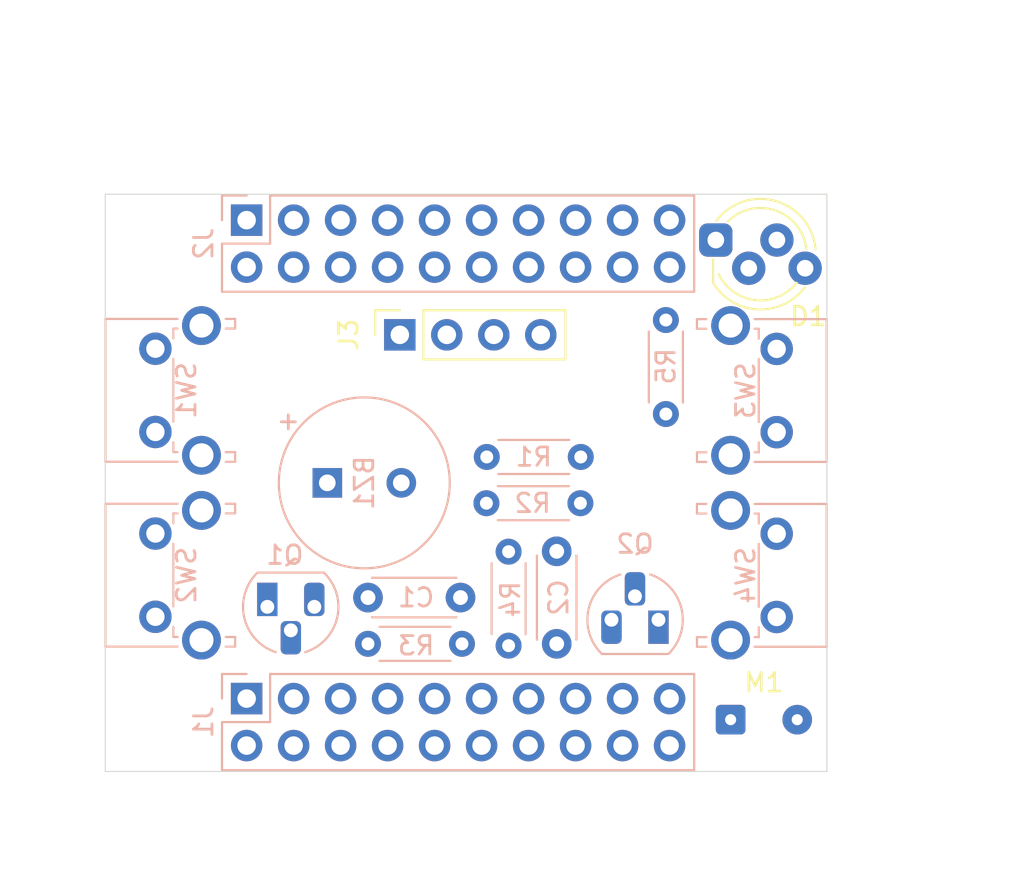
<source format=kicad_pcb>
(kicad_pcb (version 20171130) (host pcbnew "(5.1.6)-1")

  (general
    (thickness 1.6)
    (drawings 15)
    (tracks 0)
    (zones 0)
    (modules 19)
    (nets 19)
  )

  (page A4)
  (title_block
    (title HSWatch)
    (rev v1.0)
    (company HackerSchool)
  )

  (layers
    (0 F.Cu signal)
    (31 B.Cu signal)
    (32 B.Adhes user hide)
    (33 F.Adhes user hide)
    (34 B.Paste user hide)
    (35 F.Paste user hide)
    (36 B.SilkS user)
    (37 F.SilkS user)
    (38 B.Mask user hide)
    (39 F.Mask user hide)
    (40 Dwgs.User user)
    (41 Cmts.User user hide)
    (42 Eco1.User user hide)
    (43 Eco2.User user hide)
    (44 Edge.Cuts user)
    (45 Margin user)
    (46 B.CrtYd user)
    (47 F.CrtYd user)
    (48 B.Fab user)
    (49 F.Fab user)
  )

  (setup
    (last_trace_width 0.25)
    (trace_clearance 0.25)
    (zone_clearance 0.508)
    (zone_45_only no)
    (trace_min 0.25)
    (via_size 0.8)
    (via_drill 0.4)
    (via_min_size 0.4)
    (via_min_drill 0.3)
    (uvia_size 0.3)
    (uvia_drill 0.1)
    (uvias_allowed no)
    (uvia_min_size 0.2)
    (uvia_min_drill 0.1)
    (edge_width 0.05)
    (segment_width 0.2)
    (pcb_text_width 0.3)
    (pcb_text_size 1.5 1.5)
    (mod_edge_width 0.12)
    (mod_text_size 1 1)
    (mod_text_width 0.15)
    (pad_size 1.524 1.524)
    (pad_drill 0.762)
    (pad_to_mask_clearance 0.05)
    (aux_axis_origin 0 0)
    (visible_elements 7FFFFFFF)
    (pcbplotparams
      (layerselection 0x010fc_ffffffff)
      (usegerberextensions false)
      (usegerberattributes true)
      (usegerberadvancedattributes true)
      (creategerberjobfile true)
      (excludeedgelayer true)
      (linewidth 0.100000)
      (plotframeref false)
      (viasonmask false)
      (mode 1)
      (useauxorigin false)
      (hpglpennumber 1)
      (hpglpenspeed 20)
      (hpglpendiameter 15.000000)
      (psnegative false)
      (psa4output false)
      (plotreference true)
      (plotvalue true)
      (plotinvisibletext false)
      (padsonsilk false)
      (subtractmaskfromsilk false)
      (outputformat 1)
      (mirror false)
      (drillshape 1)
      (scaleselection 1)
      (outputdirectory ""))
  )

  (net 0 "")
  (net 1 VDD)
  (net 2 "Net-(BZ1-Pad2)")
  (net 3 "Net-(C2-Pad2)")
  (net 4 "Net-(D1-Pad1)")
  (net 5 GND)
  (net 6 /mes_bat)
  (net 7 /b_u_r)
  (net 8 /buzzer)
  (net 9 /b_u_l)
  (net 10 /led_b)
  (net 11 /led_g)
  (net 12 /scl)
  (net 13 /led_r)
  (net 14 /sda)
  (net 15 /vibrator)
  (net 16 /b_d_r)
  (net 17 /b_d_l)
  (net 18 /v_bat)

  (net_class Default "This is the default net class."
    (clearance 0.25)
    (trace_width 0.25)
    (via_dia 0.8)
    (via_drill 0.4)
    (uvia_dia 0.3)
    (uvia_drill 0.1)
    (add_net /b_d_l)
    (add_net /b_d_r)
    (add_net /b_u_l)
    (add_net /b_u_r)
    (add_net /buzzer)
    (add_net /led_b)
    (add_net /led_g)
    (add_net /led_r)
    (add_net /mes_bat)
    (add_net /scl)
    (add_net /sda)
    (add_net /v_bat)
    (add_net /vibrator)
    (add_net GND)
    (add_net "Net-(BZ1-Pad2)")
    (add_net "Net-(C2-Pad2)")
    (add_net "Net-(D1-Pad1)")
    (add_net VDD)
  )

  (module Resistor_THT:R_Axial_DIN0204_L3.6mm_D1.6mm_P5.08mm_Horizontal (layer B.Cu) (tedit 5AE5139B) (tstamp 5FF7514A)
    (at 150.3 86.8 270)
    (descr "Resistor, Axial_DIN0204 series, Axial, Horizontal, pin pitch=5.08mm, 0.167W, length*diameter=3.6*1.6mm^2, http://cdn-reichelt.de/documents/datenblatt/B400/1_4W%23YAG.pdf")
    (tags "Resistor Axial_DIN0204 series Axial Horizontal pin pitch 5.08mm 0.167W length 3.6mm diameter 1.6mm")
    (path /5FF7CC6C)
    (fp_text reference R5 (at 2.5 0 90) (layer B.SilkS)
      (effects (font (size 1 1) (thickness 0.15)) (justify mirror))
    )
    (fp_text value 100 (at 2.54 -1.92 90) (layer B.Fab)
      (effects (font (size 1 1) (thickness 0.15)) (justify mirror))
    )
    (fp_line (start 6.03 1.05) (end -0.95 1.05) (layer B.CrtYd) (width 0.05))
    (fp_line (start 6.03 -1.05) (end 6.03 1.05) (layer B.CrtYd) (width 0.05))
    (fp_line (start -0.95 -1.05) (end 6.03 -1.05) (layer B.CrtYd) (width 0.05))
    (fp_line (start -0.95 1.05) (end -0.95 -1.05) (layer B.CrtYd) (width 0.05))
    (fp_line (start 0.62 -0.92) (end 4.46 -0.92) (layer B.SilkS) (width 0.12))
    (fp_line (start 0.62 0.92) (end 4.46 0.92) (layer B.SilkS) (width 0.12))
    (fp_line (start 5.08 0) (end 4.34 0) (layer B.Fab) (width 0.1))
    (fp_line (start 0 0) (end 0.74 0) (layer B.Fab) (width 0.1))
    (fp_line (start 4.34 0.8) (end 0.74 0.8) (layer B.Fab) (width 0.1))
    (fp_line (start 4.34 -0.8) (end 4.34 0.8) (layer B.Fab) (width 0.1))
    (fp_line (start 0.74 -0.8) (end 4.34 -0.8) (layer B.Fab) (width 0.1))
    (fp_line (start 0.74 0.8) (end 0.74 -0.8) (layer B.Fab) (width 0.1))
    (fp_text user %R (at 2.54 0 90) (layer B.Fab)
      (effects (font (size 0.72 0.72) (thickness 0.108)) (justify mirror))
    )
    (pad 2 thru_hole oval (at 5.08 0 270) (size 1.4 1.4) (drill 0.7) (layers *.Cu *.Mask)
      (net 13 /led_r))
    (pad 1 thru_hole circle (at 0 0 270) (size 1.4 1.4) (drill 0.7) (layers *.Cu *.Mask)
      (net 4 "Net-(D1-Pad1)"))
    (model ${KISYS3DMOD}/Resistor_THT.3dshapes/R_Axial_DIN0204_L3.6mm_D1.6mm_P5.08mm_Horizontal.wrl
      (at (xyz 0 0 0))
      (scale (xyz 1 1 1))
      (rotate (xyz 0 0 0))
    )
  )

  (module Resistor_THT:R_Axial_DIN0204_L3.6mm_D1.6mm_P5.08mm_Horizontal (layer B.Cu) (tedit 5AE5139B) (tstamp 5FF75133)
    (at 141.8 99.32 270)
    (descr "Resistor, Axial_DIN0204 series, Axial, Horizontal, pin pitch=5.08mm, 0.167W, length*diameter=3.6*1.6mm^2, http://cdn-reichelt.de/documents/datenblatt/B400/1_4W%23YAG.pdf")
    (tags "Resistor Axial_DIN0204 series Axial Horizontal pin pitch 5.08mm 0.167W length 3.6mm diameter 1.6mm")
    (path /5FF7E26D)
    (fp_text reference R4 (at 2.58 -0.1 90) (layer B.SilkS)
      (effects (font (size 1 1) (thickness 0.15)) (justify mirror))
    )
    (fp_text value 100k (at 2.54 -1.92 90) (layer B.Fab)
      (effects (font (size 1 1) (thickness 0.15)) (justify mirror))
    )
    (fp_line (start 6.03 1.05) (end -0.95 1.05) (layer B.CrtYd) (width 0.05))
    (fp_line (start 6.03 -1.05) (end 6.03 1.05) (layer B.CrtYd) (width 0.05))
    (fp_line (start -0.95 -1.05) (end 6.03 -1.05) (layer B.CrtYd) (width 0.05))
    (fp_line (start -0.95 1.05) (end -0.95 -1.05) (layer B.CrtYd) (width 0.05))
    (fp_line (start 0.62 -0.92) (end 4.46 -0.92) (layer B.SilkS) (width 0.12))
    (fp_line (start 0.62 0.92) (end 4.46 0.92) (layer B.SilkS) (width 0.12))
    (fp_line (start 5.08 0) (end 4.34 0) (layer B.Fab) (width 0.1))
    (fp_line (start 0 0) (end 0.74 0) (layer B.Fab) (width 0.1))
    (fp_line (start 4.34 0.8) (end 0.74 0.8) (layer B.Fab) (width 0.1))
    (fp_line (start 4.34 -0.8) (end 4.34 0.8) (layer B.Fab) (width 0.1))
    (fp_line (start 0.74 -0.8) (end 4.34 -0.8) (layer B.Fab) (width 0.1))
    (fp_line (start 0.74 0.8) (end 0.74 -0.8) (layer B.Fab) (width 0.1))
    (fp_text user %R (at 2.54 0 90) (layer B.Fab)
      (effects (font (size 0.72 0.72) (thickness 0.108)) (justify mirror))
    )
    (pad 2 thru_hole oval (at 5.08 0 270) (size 1.4 1.4) (drill 0.7) (layers *.Cu *.Mask)
      (net 5 GND))
    (pad 1 thru_hole circle (at 0 0 270) (size 1.4 1.4) (drill 0.7) (layers *.Cu *.Mask)
      (net 15 /vibrator))
    (model ${KISYS3DMOD}/Resistor_THT.3dshapes/R_Axial_DIN0204_L3.6mm_D1.6mm_P5.08mm_Horizontal.wrl
      (at (xyz 0 0 0))
      (scale (xyz 1 1 1))
      (rotate (xyz 0 0 0))
    )
  )

  (module Resistor_THT:R_Axial_DIN0204_L3.6mm_D1.6mm_P5.08mm_Horizontal (layer B.Cu) (tedit 5AE5139B) (tstamp 5FF7511C)
    (at 134.2 104.3)
    (descr "Resistor, Axial_DIN0204 series, Axial, Horizontal, pin pitch=5.08mm, 0.167W, length*diameter=3.6*1.6mm^2, http://cdn-reichelt.de/documents/datenblatt/B400/1_4W%23YAG.pdf")
    (tags "Resistor Axial_DIN0204 series Axial Horizontal pin pitch 5.08mm 0.167W length 3.6mm diameter 1.6mm")
    (path /5FF7E487)
    (fp_text reference R3 (at 2.6 0.1) (layer B.SilkS)
      (effects (font (size 1 1) (thickness 0.15)) (justify mirror))
    )
    (fp_text value 100k (at 2.54 -1.92) (layer B.Fab)
      (effects (font (size 1 1) (thickness 0.15)) (justify mirror))
    )
    (fp_line (start 6.03 1.05) (end -0.95 1.05) (layer B.CrtYd) (width 0.05))
    (fp_line (start 6.03 -1.05) (end 6.03 1.05) (layer B.CrtYd) (width 0.05))
    (fp_line (start -0.95 -1.05) (end 6.03 -1.05) (layer B.CrtYd) (width 0.05))
    (fp_line (start -0.95 1.05) (end -0.95 -1.05) (layer B.CrtYd) (width 0.05))
    (fp_line (start 0.62 -0.92) (end 4.46 -0.92) (layer B.SilkS) (width 0.12))
    (fp_line (start 0.62 0.92) (end 4.46 0.92) (layer B.SilkS) (width 0.12))
    (fp_line (start 5.08 0) (end 4.34 0) (layer B.Fab) (width 0.1))
    (fp_line (start 0 0) (end 0.74 0) (layer B.Fab) (width 0.1))
    (fp_line (start 4.34 0.8) (end 0.74 0.8) (layer B.Fab) (width 0.1))
    (fp_line (start 4.34 -0.8) (end 4.34 0.8) (layer B.Fab) (width 0.1))
    (fp_line (start 0.74 -0.8) (end 4.34 -0.8) (layer B.Fab) (width 0.1))
    (fp_line (start 0.74 0.8) (end 0.74 -0.8) (layer B.Fab) (width 0.1))
    (fp_text user %R (at 2.54 0) (layer B.Fab)
      (effects (font (size 0.72 0.72) (thickness 0.108)) (justify mirror))
    )
    (pad 2 thru_hole oval (at 5.08 0) (size 1.4 1.4) (drill 0.7) (layers *.Cu *.Mask)
      (net 5 GND))
    (pad 1 thru_hole circle (at 0 0) (size 1.4 1.4) (drill 0.7) (layers *.Cu *.Mask)
      (net 8 /buzzer))
    (model ${KISYS3DMOD}/Resistor_THT.3dshapes/R_Axial_DIN0204_L3.6mm_D1.6mm_P5.08mm_Horizontal.wrl
      (at (xyz 0 0 0))
      (scale (xyz 1 1 1))
      (rotate (xyz 0 0 0))
    )
  )

  (module Resistor_THT:R_Axial_DIN0204_L3.6mm_D1.6mm_P5.08mm_Horizontal (layer B.Cu) (tedit 5AE5139B) (tstamp 5FF75105)
    (at 140.6 96.7)
    (descr "Resistor, Axial_DIN0204 series, Axial, Horizontal, pin pitch=5.08mm, 0.167W, length*diameter=3.6*1.6mm^2, http://cdn-reichelt.de/documents/datenblatt/B400/1_4W%23YAG.pdf")
    (tags "Resistor Axial_DIN0204 series Axial Horizontal pin pitch 5.08mm 0.167W length 3.6mm diameter 1.6mm")
    (path /5FF7D1DC)
    (fp_text reference R2 (at 2.5 0) (layer B.SilkS)
      (effects (font (size 1 1) (thickness 0.15)) (justify mirror))
    )
    (fp_text value 47k (at 2.54 -1.92) (layer B.Fab)
      (effects (font (size 1 1) (thickness 0.15)) (justify mirror))
    )
    (fp_line (start 6.03 1.05) (end -0.95 1.05) (layer B.CrtYd) (width 0.05))
    (fp_line (start 6.03 -1.05) (end 6.03 1.05) (layer B.CrtYd) (width 0.05))
    (fp_line (start -0.95 -1.05) (end 6.03 -1.05) (layer B.CrtYd) (width 0.05))
    (fp_line (start -0.95 1.05) (end -0.95 -1.05) (layer B.CrtYd) (width 0.05))
    (fp_line (start 0.62 -0.92) (end 4.46 -0.92) (layer B.SilkS) (width 0.12))
    (fp_line (start 0.62 0.92) (end 4.46 0.92) (layer B.SilkS) (width 0.12))
    (fp_line (start 5.08 0) (end 4.34 0) (layer B.Fab) (width 0.1))
    (fp_line (start 0 0) (end 0.74 0) (layer B.Fab) (width 0.1))
    (fp_line (start 4.34 0.8) (end 0.74 0.8) (layer B.Fab) (width 0.1))
    (fp_line (start 4.34 -0.8) (end 4.34 0.8) (layer B.Fab) (width 0.1))
    (fp_line (start 0.74 -0.8) (end 4.34 -0.8) (layer B.Fab) (width 0.1))
    (fp_line (start 0.74 0.8) (end 0.74 -0.8) (layer B.Fab) (width 0.1))
    (fp_text user %R (at 2.54 0) (layer B.Fab)
      (effects (font (size 0.72 0.72) (thickness 0.108)) (justify mirror))
    )
    (pad 2 thru_hole oval (at 5.08 0) (size 1.4 1.4) (drill 0.7) (layers *.Cu *.Mask)
      (net 5 GND))
    (pad 1 thru_hole circle (at 0 0) (size 1.4 1.4) (drill 0.7) (layers *.Cu *.Mask)
      (net 6 /mes_bat))
    (model ${KISYS3DMOD}/Resistor_THT.3dshapes/R_Axial_DIN0204_L3.6mm_D1.6mm_P5.08mm_Horizontal.wrl
      (at (xyz 0 0 0))
      (scale (xyz 1 1 1))
      (rotate (xyz 0 0 0))
    )
  )

  (module Resistor_THT:R_Axial_DIN0204_L3.6mm_D1.6mm_P5.08mm_Horizontal (layer B.Cu) (tedit 5AE5139B) (tstamp 5FF750EE)
    (at 145.7 94.2 180)
    (descr "Resistor, Axial_DIN0204 series, Axial, Horizontal, pin pitch=5.08mm, 0.167W, length*diameter=3.6*1.6mm^2, http://cdn-reichelt.de/documents/datenblatt/B400/1_4W%23YAG.pdf")
    (tags "Resistor Axial_DIN0204 series Axial Horizontal pin pitch 5.08mm 0.167W length 3.6mm diameter 1.6mm")
    (path /5FF7DA4E)
    (fp_text reference R1 (at 2.54 0) (layer B.SilkS)
      (effects (font (size 1 1) (thickness 0.15)) (justify mirror))
    )
    (fp_text value 47k (at 2.54 -1.92) (layer B.Fab)
      (effects (font (size 1 1) (thickness 0.15)) (justify mirror))
    )
    (fp_line (start 6.03 1.05) (end -0.95 1.05) (layer B.CrtYd) (width 0.05))
    (fp_line (start 6.03 -1.05) (end 6.03 1.05) (layer B.CrtYd) (width 0.05))
    (fp_line (start -0.95 -1.05) (end 6.03 -1.05) (layer B.CrtYd) (width 0.05))
    (fp_line (start -0.95 1.05) (end -0.95 -1.05) (layer B.CrtYd) (width 0.05))
    (fp_line (start 0.62 -0.92) (end 4.46 -0.92) (layer B.SilkS) (width 0.12))
    (fp_line (start 0.62 0.92) (end 4.46 0.92) (layer B.SilkS) (width 0.12))
    (fp_line (start 5.08 0) (end 4.34 0) (layer B.Fab) (width 0.1))
    (fp_line (start 0 0) (end 0.74 0) (layer B.Fab) (width 0.1))
    (fp_line (start 4.34 0.8) (end 0.74 0.8) (layer B.Fab) (width 0.1))
    (fp_line (start 4.34 -0.8) (end 4.34 0.8) (layer B.Fab) (width 0.1))
    (fp_line (start 0.74 -0.8) (end 4.34 -0.8) (layer B.Fab) (width 0.1))
    (fp_line (start 0.74 0.8) (end 0.74 -0.8) (layer B.Fab) (width 0.1))
    (fp_text user %R (at 2.54 0) (layer B.Fab)
      (effects (font (size 0.72 0.72) (thickness 0.108)) (justify mirror))
    )
    (pad 2 thru_hole oval (at 5.08 0 180) (size 1.4 1.4) (drill 0.7) (layers *.Cu *.Mask)
      (net 6 /mes_bat))
    (pad 1 thru_hole circle (at 0 0 180) (size 1.4 1.4) (drill 0.7) (layers *.Cu *.Mask)
      (net 18 /v_bat))
    (model ${KISYS3DMOD}/Resistor_THT.3dshapes/R_Axial_DIN0204_L3.6mm_D1.6mm_P5.08mm_Horizontal.wrl
      (at (xyz 0 0 0))
      (scale (xyz 1 1 1))
      (rotate (xyz 0 0 0))
    )
  )

  (module Capacitor_THT:C_Disc_D4.3mm_W1.9mm_P5.00mm (layer B.Cu) (tedit 5AE50EF0) (tstamp 5FF7501C)
    (at 144.4 104.3 90)
    (descr "C, Disc series, Radial, pin pitch=5.00mm, , diameter*width=4.3*1.9mm^2, Capacitor, http://www.vishay.com/docs/45233/krseries.pdf")
    (tags "C Disc series Radial pin pitch 5.00mm  diameter 4.3mm width 1.9mm Capacitor")
    (path /5FF7C5F4)
    (fp_text reference C2 (at 2.5 0.1 90) (layer B.SilkS)
      (effects (font (size 1 1) (thickness 0.15)) (justify mirror))
    )
    (fp_text value 39p (at 2.5 -2.2 90) (layer B.Fab)
      (effects (font (size 1 1) (thickness 0.15)) (justify mirror))
    )
    (fp_line (start 6.05 1.2) (end -1.05 1.2) (layer B.CrtYd) (width 0.05))
    (fp_line (start 6.05 -1.2) (end 6.05 1.2) (layer B.CrtYd) (width 0.05))
    (fp_line (start -1.05 -1.2) (end 6.05 -1.2) (layer B.CrtYd) (width 0.05))
    (fp_line (start -1.05 1.2) (end -1.05 -1.2) (layer B.CrtYd) (width 0.05))
    (fp_line (start 4.77 -1.055) (end 4.77 -1.07) (layer B.SilkS) (width 0.12))
    (fp_line (start 4.77 1.07) (end 4.77 1.055) (layer B.SilkS) (width 0.12))
    (fp_line (start 0.23 -1.055) (end 0.23 -1.07) (layer B.SilkS) (width 0.12))
    (fp_line (start 0.23 1.07) (end 0.23 1.055) (layer B.SilkS) (width 0.12))
    (fp_line (start 0.23 -1.07) (end 4.77 -1.07) (layer B.SilkS) (width 0.12))
    (fp_line (start 0.23 1.07) (end 4.77 1.07) (layer B.SilkS) (width 0.12))
    (fp_line (start 4.65 0.95) (end 0.35 0.95) (layer B.Fab) (width 0.1))
    (fp_line (start 4.65 -0.95) (end 4.65 0.95) (layer B.Fab) (width 0.1))
    (fp_line (start 0.35 -0.95) (end 4.65 -0.95) (layer B.Fab) (width 0.1))
    (fp_line (start 0.35 0.95) (end 0.35 -0.95) (layer B.Fab) (width 0.1))
    (fp_text user %R (at 2.5 0 90) (layer B.Fab)
      (effects (font (size 0.86 0.86) (thickness 0.129)) (justify mirror))
    )
    (pad 2 thru_hole circle (at 5 0 90) (size 1.6 1.6) (drill 0.8) (layers *.Cu *.Mask)
      (net 3 "Net-(C2-Pad2)"))
    (pad 1 thru_hole circle (at 0 0 90) (size 1.6 1.6) (drill 0.8) (layers *.Cu *.Mask)
      (net 1 VDD))
    (model ${KISYS3DMOD}/Capacitor_THT.3dshapes/C_Disc_D4.3mm_W1.9mm_P5.00mm.wrl
      (at (xyz 0 0 0))
      (scale (xyz 1 1 1))
      (rotate (xyz 0 0 0))
    )
  )

  (module Capacitor_THT:C_Disc_D4.3mm_W1.9mm_P5.00mm (layer B.Cu) (tedit 5AE50EF0) (tstamp 5FF75007)
    (at 139.2 101.8 180)
    (descr "C, Disc series, Radial, pin pitch=5.00mm, , diameter*width=4.3*1.9mm^2, Capacitor, http://www.vishay.com/docs/45233/krseries.pdf")
    (tags "C Disc series Radial pin pitch 5.00mm  diameter 4.3mm width 1.9mm Capacitor")
    (path /5FF7C361)
    (fp_text reference C1 (at 2.4 0) (layer B.SilkS)
      (effects (font (size 1 1) (thickness 0.15)) (justify mirror))
    )
    (fp_text value 39p (at 2.5 -2.2) (layer B.Fab)
      (effects (font (size 1 1) (thickness 0.15)) (justify mirror))
    )
    (fp_line (start 6.05 1.2) (end -1.05 1.2) (layer B.CrtYd) (width 0.05))
    (fp_line (start 6.05 -1.2) (end 6.05 1.2) (layer B.CrtYd) (width 0.05))
    (fp_line (start -1.05 -1.2) (end 6.05 -1.2) (layer B.CrtYd) (width 0.05))
    (fp_line (start -1.05 1.2) (end -1.05 -1.2) (layer B.CrtYd) (width 0.05))
    (fp_line (start 4.77 -1.055) (end 4.77 -1.07) (layer B.SilkS) (width 0.12))
    (fp_line (start 4.77 1.07) (end 4.77 1.055) (layer B.SilkS) (width 0.12))
    (fp_line (start 0.23 -1.055) (end 0.23 -1.07) (layer B.SilkS) (width 0.12))
    (fp_line (start 0.23 1.07) (end 0.23 1.055) (layer B.SilkS) (width 0.12))
    (fp_line (start 0.23 -1.07) (end 4.77 -1.07) (layer B.SilkS) (width 0.12))
    (fp_line (start 0.23 1.07) (end 4.77 1.07) (layer B.SilkS) (width 0.12))
    (fp_line (start 4.65 0.95) (end 0.35 0.95) (layer B.Fab) (width 0.1))
    (fp_line (start 4.65 -0.95) (end 4.65 0.95) (layer B.Fab) (width 0.1))
    (fp_line (start 0.35 -0.95) (end 4.65 -0.95) (layer B.Fab) (width 0.1))
    (fp_line (start 0.35 0.95) (end 0.35 -0.95) (layer B.Fab) (width 0.1))
    (fp_text user %R (at 2.5 0) (layer B.Fab)
      (effects (font (size 0.86 0.86) (thickness 0.129)) (justify mirror))
    )
    (pad 2 thru_hole circle (at 5 0 180) (size 1.6 1.6) (drill 0.8) (layers *.Cu *.Mask)
      (net 2 "Net-(BZ1-Pad2)"))
    (pad 1 thru_hole circle (at 0 0 180) (size 1.6 1.6) (drill 0.8) (layers *.Cu *.Mask)
      (net 1 VDD))
    (model ${KISYS3DMOD}/Capacitor_THT.3dshapes/C_Disc_D4.3mm_W1.9mm_P5.00mm.wrl
      (at (xyz 0 0 0))
      (scale (xyz 1 1 1))
      (rotate (xyz 0 0 0))
    )
  )

  (module Package_TO_SOT_THT:TO-92_HandSolder (layer B.Cu) (tedit 5A282C46) (tstamp 5FF750D7)
    (at 149.9 103 180)
    (descr "TO-92 leads molded, narrow, drill 0.75mm, handsoldering variant with enlarged pads (see NXP sot054_po.pdf)")
    (tags "to-92 sc-43 sc-43a sot54 PA33 transistor")
    (path /5FF6FBB6)
    (fp_text reference Q2 (at 1.27 4.1) (layer B.SilkS)
      (effects (font (size 1 1) (thickness 0.15)) (justify mirror))
    )
    (fp_text value 2N7000 (at 1.27 -2.79) (layer B.Fab)
      (effects (font (size 1 1) (thickness 0.15)) (justify mirror))
    )
    (fp_line (start -0.53 -1.85) (end 3.07 -1.85) (layer B.SilkS) (width 0.12))
    (fp_line (start -0.5 -1.75) (end 3 -1.75) (layer B.Fab) (width 0.1))
    (fp_line (start -1.46 3.05) (end 4 3.05) (layer B.CrtYd) (width 0.05))
    (fp_line (start -1.45 3.05) (end -1.46 -2.01) (layer B.CrtYd) (width 0.05))
    (fp_line (start 4 -2.01) (end 4 3.05) (layer B.CrtYd) (width 0.05))
    (fp_line (start 4 -2.01) (end -1.46 -2.01) (layer B.CrtYd) (width 0.05))
    (fp_arc (start 1.27 0) (end 2.05 2.45) (angle -117.6433766) (layer B.SilkS) (width 0.12))
    (fp_arc (start 1.27 0) (end 1.27 2.48) (angle 135) (layer B.Fab) (width 0.1))
    (fp_arc (start 1.27 0) (end 0.45 2.45) (angle 116.9632683) (layer B.SilkS) (width 0.12))
    (fp_arc (start 1.27 0) (end 1.27 2.48) (angle -135) (layer B.Fab) (width 0.1))
    (fp_text user %R (at 1.27 4.4) (layer B.Fab)
      (effects (font (size 1 1) (thickness 0.15)) (justify mirror))
    )
    (pad 1 thru_hole rect (at 0 0 180) (size 1.1 1.8) (drill 0.75 (offset 0 -0.4)) (layers *.Cu *.Mask)
      (net 5 GND))
    (pad 3 thru_hole roundrect (at 2.54 0 180) (size 1.1 1.8) (drill 0.75 (offset 0 -0.4)) (layers *.Cu *.Mask) (roundrect_rratio 0.25)
      (net 3 "Net-(C2-Pad2)"))
    (pad 2 thru_hole roundrect (at 1.27 1.27 180) (size 1.1 1.8) (drill 0.75 (offset 0 0.4)) (layers *.Cu *.Mask) (roundrect_rratio 0.25)
      (net 15 /vibrator))
    (model ${KISYS3DMOD}/Package_TO_SOT_THT.3dshapes/TO-92.wrl
      (at (xyz 0 0 0))
      (scale (xyz 1 1 1))
      (rotate (xyz 0 0 0))
    )
  )

  (module Package_TO_SOT_THT:TO-92_HandSolder (layer B.Cu) (tedit 5A282C46) (tstamp 5FF750C5)
    (at 128.76 102.3)
    (descr "TO-92 leads molded, narrow, drill 0.75mm, handsoldering variant with enlarged pads (see NXP sot054_po.pdf)")
    (tags "to-92 sc-43 sc-43a sot54 PA33 transistor")
    (path /5FF7029D)
    (fp_text reference Q1 (at 0.94 -2.8) (layer B.SilkS)
      (effects (font (size 1 1) (thickness 0.15)) (justify mirror))
    )
    (fp_text value 2N7000 (at 1.27 -2.79) (layer B.Fab)
      (effects (font (size 1 1) (thickness 0.15)) (justify mirror))
    )
    (fp_line (start -0.53 -1.85) (end 3.07 -1.85) (layer B.SilkS) (width 0.12))
    (fp_line (start -0.5 -1.75) (end 3 -1.75) (layer B.Fab) (width 0.1))
    (fp_line (start -1.46 3.05) (end 4 3.05) (layer B.CrtYd) (width 0.05))
    (fp_line (start -1.45 3.05) (end -1.46 -2.01) (layer B.CrtYd) (width 0.05))
    (fp_line (start 4 -2.01) (end 4 3.05) (layer B.CrtYd) (width 0.05))
    (fp_line (start 4 -2.01) (end -1.46 -2.01) (layer B.CrtYd) (width 0.05))
    (fp_arc (start 1.27 0) (end 2.05 2.45) (angle -117.6433766) (layer B.SilkS) (width 0.12))
    (fp_arc (start 1.27 0) (end 1.27 2.48) (angle 135) (layer B.Fab) (width 0.1))
    (fp_arc (start 1.27 0) (end 0.45 2.45) (angle 116.9632683) (layer B.SilkS) (width 0.12))
    (fp_arc (start 1.27 0) (end 1.27 2.48) (angle -135) (layer B.Fab) (width 0.1))
    (fp_text user %R (at 1.27 4.4) (layer B.Fab)
      (effects (font (size 1 1) (thickness 0.15)) (justify mirror))
    )
    (pad 1 thru_hole rect (at 0 0) (size 1.1 1.8) (drill 0.75 (offset 0 -0.4)) (layers *.Cu *.Mask)
      (net 5 GND))
    (pad 3 thru_hole roundrect (at 2.54 0) (size 1.1 1.8) (drill 0.75 (offset 0 -0.4)) (layers *.Cu *.Mask) (roundrect_rratio 0.25)
      (net 2 "Net-(BZ1-Pad2)"))
    (pad 2 thru_hole roundrect (at 1.27 1.27) (size 1.1 1.8) (drill 0.75 (offset 0 0.4)) (layers *.Cu *.Mask) (roundrect_rratio 0.25)
      (net 8 /buzzer))
    (model ${KISYS3DMOD}/Package_TO_SOT_THT.3dshapes/TO-92.wrl
      (at (xyz 0 0 0))
      (scale (xyz 1 1 1))
      (rotate (xyz 0 0 0))
    )
  )

  (module LED_THT:LED_D5.0mm-4_RGB_Staggered_Pins (layer F.Cu) (tedit 5B74F6B5) (tstamp 5FF75032)
    (at 153 82.476)
    (descr "LED, diameter 5.0mm, 2 pins, diameter 5.0mm, 3 pins, diameter 5.0mm, 4 pins, http://www.kingbright.com/attachments/file/psearch/000/00/00/L-154A4SUREQBFZGEW(Ver.9A).pdf")
    (tags "LED diameter 5.0mm 2 pins diameter 5.0mm 3 pins diameter 5.0mm 4 pins RGB RGBLED")
    (path /5FF735DD)
    (fp_text reference D1 (at 5 4.124) (layer F.SilkS)
      (effects (font (size 1 1) (thickness 0.15)))
    )
    (fp_text value LED_RGBC (at 2.667 4.722) (layer F.Fab)
      (effects (font (size 1 1) (thickness 0.15)))
    )
    (fp_line (start -0.147 1.061188) (end -0.147 2.307) (layer F.SilkS) (width 0.12))
    (fp_line (start -0.087 -0.707694) (end -0.087 2.231694) (layer F.Fab) (width 0.1))
    (fp_circle (center 2.413 0.762) (end 4.913 0.762) (layer F.Fab) (width 0.1))
    (fp_line (start 5.84 -2.49) (end 5.84 4.01) (layer F.CrtYd) (width 0.05))
    (fp_line (start 5.84 4.01) (end -1.02 4.01) (layer F.CrtYd) (width 0.05))
    (fp_line (start -1.02 4.01) (end -1.02 -2.49) (layer F.CrtYd) (width 0.05))
    (fp_line (start -1.02 -2.49) (end 5.83 -2.49) (layer F.CrtYd) (width 0.05))
    (fp_text user %R (at 2.413 -3.198) (layer F.Fab)
      (effects (font (size 1 1) (thickness 0.15)))
    )
    (fp_arc (start 2.413 0.762) (end 0.660401 -1.015999) (angle 128) (layer F.SilkS) (width 0.12))
    (fp_arc (start 2.413 0.762) (end -0.087 -0.707694) (angle 299.1) (layer F.Fab) (width 0.1))
    (fp_arc (start 2.413 0.762) (end 0.028 -1.038) (angle 138) (layer F.SilkS) (width 0.12))
    (fp_arc (start 2.413 0.762) (end -0.147 2.30683) (angle -112) (layer F.SilkS) (width 0.12))
    (fp_arc (start 2.413 0.762) (end 0.158316 1.842) (angle -116) (layer F.SilkS) (width 0.12))
    (pad 1 thru_hole roundrect (at 0 0) (size 1.8 1.8) (drill 0.9) (layers *.Cu *.Mask) (roundrect_rratio 0.25)
      (net 4 "Net-(D1-Pad1)"))
    (pad 2 thru_hole circle (at 1.778 1.524) (size 1.8 1.8) (drill 0.9) (layers *.Cu *.Mask)
      (net 11 /led_g))
    (pad 3 thru_hole circle (at 3.302 0) (size 1.8 1.8) (drill 0.9) (layers *.Cu *.Mask)
      (net 10 /led_b))
    (pad 4 thru_hole circle (at 4.826 1.524) (size 1.8 1.8) (drill 0.9) (layers *.Cu *.Mask)
      (net 5 GND))
    (model ${KISYS3DMOD}/LED_THT.3dshapes/LED_D5.0mm-4_RGB_Staggered_Pins.wrl
      (at (xyz 0 0 0))
      (scale (xyz 1 1 1))
      (rotate (xyz 0 0 0))
    )
  )

  (module Connector_PinSocket_2.54mm:PinSocket_1x04_P2.54mm_Vertical (layer F.Cu) (tedit 5A19A429) (tstamp 5FF750A2)
    (at 135.92 87.6 90)
    (descr "Through hole straight socket strip, 1x04, 2.54mm pitch, single row (from Kicad 4.0.7), script generated")
    (tags "Through hole socket strip THT 1x04 2.54mm single row")
    (path /5FF6E71C)
    (fp_text reference J3 (at 0 -2.77 90) (layer F.SilkS)
      (effects (font (size 1 1) (thickness 0.15)))
    )
    (fp_text value Conn_Oled_Disp (at 0 10.39 90) (layer F.Fab)
      (effects (font (size 1 1) (thickness 0.15)))
    )
    (fp_line (start -1.8 9.4) (end -1.8 -1.8) (layer F.CrtYd) (width 0.05))
    (fp_line (start 1.75 9.4) (end -1.8 9.4) (layer F.CrtYd) (width 0.05))
    (fp_line (start 1.75 -1.8) (end 1.75 9.4) (layer F.CrtYd) (width 0.05))
    (fp_line (start -1.8 -1.8) (end 1.75 -1.8) (layer F.CrtYd) (width 0.05))
    (fp_line (start 0 -1.33) (end 1.33 -1.33) (layer F.SilkS) (width 0.12))
    (fp_line (start 1.33 -1.33) (end 1.33 0) (layer F.SilkS) (width 0.12))
    (fp_line (start 1.33 1.27) (end 1.33 8.95) (layer F.SilkS) (width 0.12))
    (fp_line (start -1.33 8.95) (end 1.33 8.95) (layer F.SilkS) (width 0.12))
    (fp_line (start -1.33 1.27) (end -1.33 8.95) (layer F.SilkS) (width 0.12))
    (fp_line (start -1.33 1.27) (end 1.33 1.27) (layer F.SilkS) (width 0.12))
    (fp_line (start -1.27 8.89) (end -1.27 -1.27) (layer F.Fab) (width 0.1))
    (fp_line (start 1.27 8.89) (end -1.27 8.89) (layer F.Fab) (width 0.1))
    (fp_line (start 1.27 -0.635) (end 1.27 8.89) (layer F.Fab) (width 0.1))
    (fp_line (start 0.635 -1.27) (end 1.27 -0.635) (layer F.Fab) (width 0.1))
    (fp_line (start -1.27 -1.27) (end 0.635 -1.27) (layer F.Fab) (width 0.1))
    (fp_text user %R (at 0 3.81) (layer F.Fab)
      (effects (font (size 1 1) (thickness 0.15)))
    )
    (pad 4 thru_hole oval (at 0 7.62 90) (size 1.7 1.7) (drill 1) (layers *.Cu *.Mask)
      (net 14 /sda))
    (pad 3 thru_hole oval (at 0 5.08 90) (size 1.7 1.7) (drill 1) (layers *.Cu *.Mask)
      (net 12 /scl))
    (pad 2 thru_hole oval (at 0 2.54 90) (size 1.7 1.7) (drill 1) (layers *.Cu *.Mask)
      (net 1 VDD))
    (pad 1 thru_hole rect (at 0 0 90) (size 1.7 1.7) (drill 1) (layers *.Cu *.Mask)
      (net 5 GND))
    (model ${KISYS3DMOD}/Connector_PinSocket_2.54mm.3dshapes/PinSocket_1x04_P2.54mm_Vertical.wrl
      (at (xyz 0 0 0))
      (scale (xyz 1 1 1))
      (rotate (xyz 0 0 0))
    )
  )

  (module Connector_PinHeader_2.54mm:PinHeader_2x10_P2.54mm_Vertical (layer B.Cu) (tedit 59FED5CC) (tstamp 5FF75088)
    (at 127.64 81.4 270)
    (descr "Through hole straight pin header, 2x10, 2.54mm pitch, double rows")
    (tags "Through hole pin header THT 2x10 2.54mm double row")
    (path /5FF5667D)
    (fp_text reference J2 (at 1.27 2.33 270) (layer B.SilkS)
      (effects (font (size 1 1) (thickness 0.15)) (justify mirror))
    )
    (fp_text value Conn_02x10_Up (at 1.27 -25.19 270) (layer B.Fab)
      (effects (font (size 1 1) (thickness 0.15)) (justify mirror))
    )
    (fp_line (start 0 1.27) (end 3.81 1.27) (layer B.Fab) (width 0.1))
    (fp_line (start 3.81 1.27) (end 3.81 -24.13) (layer B.Fab) (width 0.1))
    (fp_line (start 3.81 -24.13) (end -1.27 -24.13) (layer B.Fab) (width 0.1))
    (fp_line (start -1.27 -24.13) (end -1.27 0) (layer B.Fab) (width 0.1))
    (fp_line (start -1.27 0) (end 0 1.27) (layer B.Fab) (width 0.1))
    (fp_line (start -1.33 -24.19) (end 3.87 -24.19) (layer B.SilkS) (width 0.12))
    (fp_line (start -1.33 -1.27) (end -1.33 -24.19) (layer B.SilkS) (width 0.12))
    (fp_line (start 3.87 1.33) (end 3.87 -24.19) (layer B.SilkS) (width 0.12))
    (fp_line (start -1.33 -1.27) (end 1.27 -1.27) (layer B.SilkS) (width 0.12))
    (fp_line (start 1.27 -1.27) (end 1.27 1.33) (layer B.SilkS) (width 0.12))
    (fp_line (start 1.27 1.33) (end 3.87 1.33) (layer B.SilkS) (width 0.12))
    (fp_line (start -1.33 0) (end -1.33 1.33) (layer B.SilkS) (width 0.12))
    (fp_line (start -1.33 1.33) (end 0 1.33) (layer B.SilkS) (width 0.12))
    (fp_line (start -1.8 1.8) (end -1.8 -24.65) (layer B.CrtYd) (width 0.05))
    (fp_line (start -1.8 -24.65) (end 4.35 -24.65) (layer B.CrtYd) (width 0.05))
    (fp_line (start 4.35 -24.65) (end 4.35 1.8) (layer B.CrtYd) (width 0.05))
    (fp_line (start 4.35 1.8) (end -1.8 1.8) (layer B.CrtYd) (width 0.05))
    (fp_text user %R (at 1.27 -11.43) (layer B.Fab)
      (effects (font (size 1 1) (thickness 0.15)) (justify mirror))
    )
    (pad 20 thru_hole oval (at 2.54 -22.86 270) (size 1.7 1.7) (drill 1) (layers *.Cu *.Mask))
    (pad 19 thru_hole oval (at 0 -22.86 270) (size 1.7 1.7) (drill 1) (layers *.Cu *.Mask))
    (pad 18 thru_hole oval (at 2.54 -20.32 270) (size 1.7 1.7) (drill 1) (layers *.Cu *.Mask))
    (pad 17 thru_hole oval (at 0 -20.32 270) (size 1.7 1.7) (drill 1) (layers *.Cu *.Mask))
    (pad 16 thru_hole oval (at 2.54 -17.78 270) (size 1.7 1.7) (drill 1) (layers *.Cu *.Mask)
      (net 18 /v_bat))
    (pad 15 thru_hole oval (at 0 -17.78 270) (size 1.7 1.7) (drill 1) (layers *.Cu *.Mask))
    (pad 14 thru_hole oval (at 2.54 -15.24 270) (size 1.7 1.7) (drill 1) (layers *.Cu *.Mask)
      (net 5 GND))
    (pad 13 thru_hole oval (at 0 -15.24 270) (size 1.7 1.7) (drill 1) (layers *.Cu *.Mask))
    (pad 12 thru_hole oval (at 2.54 -12.7 270) (size 1.7 1.7) (drill 1) (layers *.Cu *.Mask)
      (net 17 /b_d_l))
    (pad 11 thru_hole oval (at 0 -12.7 270) (size 1.7 1.7) (drill 1) (layers *.Cu *.Mask))
    (pad 10 thru_hole oval (at 2.54 -10.16 270) (size 1.7 1.7) (drill 1) (layers *.Cu *.Mask)
      (net 16 /b_d_r))
    (pad 9 thru_hole oval (at 0 -10.16 270) (size 1.7 1.7) (drill 1) (layers *.Cu *.Mask))
    (pad 8 thru_hole oval (at 2.54 -7.62 270) (size 1.7 1.7) (drill 1) (layers *.Cu *.Mask)
      (net 14 /sda))
    (pad 7 thru_hole oval (at 0 -7.62 270) (size 1.7 1.7) (drill 1) (layers *.Cu *.Mask)
      (net 15 /vibrator))
    (pad 6 thru_hole oval (at 2.54 -5.08 270) (size 1.7 1.7) (drill 1) (layers *.Cu *.Mask)
      (net 12 /scl))
    (pad 5 thru_hole oval (at 0 -5.08 270) (size 1.7 1.7) (drill 1) (layers *.Cu *.Mask)
      (net 13 /led_r))
    (pad 4 thru_hole oval (at 2.54 -2.54 270) (size 1.7 1.7) (drill 1) (layers *.Cu *.Mask))
    (pad 3 thru_hole oval (at 0 -2.54 270) (size 1.7 1.7) (drill 1) (layers *.Cu *.Mask)
      (net 11 /led_g))
    (pad 2 thru_hole oval (at 2.54 0 270) (size 1.7 1.7) (drill 1) (layers *.Cu *.Mask))
    (pad 1 thru_hole rect (at 0 0 270) (size 1.7 1.7) (drill 1) (layers *.Cu *.Mask)
      (net 5 GND))
    (model ${KISYS3DMOD}/Connector_PinHeader_2.54mm.3dshapes/PinHeader_2x10_P2.54mm_Vertical.wrl
      (at (xyz 0 0 0))
      (scale (xyz 1 1 1))
      (rotate (xyz 0 0 0))
    )
  )

  (module Connector_PinHeader_2.54mm:PinHeader_2x10_P2.54mm_Vertical (layer B.Cu) (tedit 59FED5CC) (tstamp 5FF7A67C)
    (at 127.64 107.26 270)
    (descr "Through hole straight pin header, 2x10, 2.54mm pitch, double rows")
    (tags "Through hole pin header THT 2x10 2.54mm double row")
    (path /5FF55893)
    (fp_text reference J1 (at 1.27 2.33 270) (layer B.SilkS)
      (effects (font (size 1 1) (thickness 0.15)) (justify mirror))
    )
    (fp_text value Conn_02x10_Down (at 1.27 -25.19 270) (layer B.Fab)
      (effects (font (size 1 1) (thickness 0.15)) (justify mirror))
    )
    (fp_line (start 0 1.27) (end 3.81 1.27) (layer B.Fab) (width 0.1))
    (fp_line (start 3.81 1.27) (end 3.81 -24.13) (layer B.Fab) (width 0.1))
    (fp_line (start 3.81 -24.13) (end -1.27 -24.13) (layer B.Fab) (width 0.1))
    (fp_line (start -1.27 -24.13) (end -1.27 0) (layer B.Fab) (width 0.1))
    (fp_line (start -1.27 0) (end 0 1.27) (layer B.Fab) (width 0.1))
    (fp_line (start -1.33 -24.19) (end 3.87 -24.19) (layer B.SilkS) (width 0.12))
    (fp_line (start -1.33 -1.27) (end -1.33 -24.19) (layer B.SilkS) (width 0.12))
    (fp_line (start 3.87 1.33) (end 3.87 -24.19) (layer B.SilkS) (width 0.12))
    (fp_line (start -1.33 -1.27) (end 1.27 -1.27) (layer B.SilkS) (width 0.12))
    (fp_line (start 1.27 -1.27) (end 1.27 1.33) (layer B.SilkS) (width 0.12))
    (fp_line (start 1.27 1.33) (end 3.87 1.33) (layer B.SilkS) (width 0.12))
    (fp_line (start -1.33 0) (end -1.33 1.33) (layer B.SilkS) (width 0.12))
    (fp_line (start -1.33 1.33) (end 0 1.33) (layer B.SilkS) (width 0.12))
    (fp_line (start -1.8 1.8) (end -1.8 -24.65) (layer B.CrtYd) (width 0.05))
    (fp_line (start -1.8 -24.65) (end 4.35 -24.65) (layer B.CrtYd) (width 0.05))
    (fp_line (start 4.35 -24.65) (end 4.35 1.8) (layer B.CrtYd) (width 0.05))
    (fp_line (start 4.35 1.8) (end -1.8 1.8) (layer B.CrtYd) (width 0.05))
    (fp_text user %R (at 1.27 -11.43) (layer B.Fab)
      (effects (font (size 1 1) (thickness 0.15)) (justify mirror))
    )
    (pad 20 thru_hole oval (at 2.54 -22.86 270) (size 1.7 1.7) (drill 1) (layers *.Cu *.Mask))
    (pad 19 thru_hole oval (at 0 -22.86 270) (size 1.7 1.7) (drill 1) (layers *.Cu *.Mask))
    (pad 18 thru_hole oval (at 2.54 -20.32 270) (size 1.7 1.7) (drill 1) (layers *.Cu *.Mask))
    (pad 17 thru_hole oval (at 0 -20.32 270) (size 1.7 1.7) (drill 1) (layers *.Cu *.Mask))
    (pad 16 thru_hole oval (at 2.54 -17.78 270) (size 1.7 1.7) (drill 1) (layers *.Cu *.Mask))
    (pad 15 thru_hole oval (at 0 -17.78 270) (size 1.7 1.7) (drill 1) (layers *.Cu *.Mask)
      (net 1 VDD))
    (pad 14 thru_hole oval (at 2.54 -15.24 270) (size 1.7 1.7) (drill 1) (layers *.Cu *.Mask))
    (pad 13 thru_hole oval (at 0 -15.24 270) (size 1.7 1.7) (drill 1) (layers *.Cu *.Mask))
    (pad 12 thru_hole oval (at 2.54 -12.7 270) (size 1.7 1.7) (drill 1) (layers *.Cu *.Mask)
      (net 6 /mes_bat))
    (pad 11 thru_hole oval (at 0 -12.7 270) (size 1.7 1.7) (drill 1) (layers *.Cu *.Mask))
    (pad 10 thru_hole oval (at 2.54 -10.16 270) (size 1.7 1.7) (drill 1) (layers *.Cu *.Mask)
      (net 8 /buzzer))
    (pad 9 thru_hole oval (at 0 -10.16 270) (size 1.7 1.7) (drill 1) (layers *.Cu *.Mask)
      (net 7 /b_u_r))
    (pad 8 thru_hole oval (at 2.54 -7.62 270) (size 1.7 1.7) (drill 1) (layers *.Cu *.Mask))
    (pad 7 thru_hole oval (at 0 -7.62 270) (size 1.7 1.7) (drill 1) (layers *.Cu *.Mask)
      (net 9 /b_u_l))
    (pad 6 thru_hole oval (at 2.54 -5.08 270) (size 1.7 1.7) (drill 1) (layers *.Cu *.Mask))
    (pad 5 thru_hole oval (at 0 -5.08 270) (size 1.7 1.7) (drill 1) (layers *.Cu *.Mask)
      (net 10 /led_b))
    (pad 4 thru_hole oval (at 2.54 -2.54 270) (size 1.7 1.7) (drill 1) (layers *.Cu *.Mask))
    (pad 3 thru_hole oval (at 0 -2.54 270) (size 1.7 1.7) (drill 1) (layers *.Cu *.Mask))
    (pad 2 thru_hole oval (at 2.54 0 270) (size 1.7 1.7) (drill 1) (layers *.Cu *.Mask)
      (net 5 GND))
    (pad 1 thru_hole rect (at 0 0 270) (size 1.7 1.7) (drill 1) (layers *.Cu *.Mask))
    (model ${KISYS3DMOD}/Connector_PinHeader_2.54mm.3dshapes/PinHeader_2x10_P2.54mm_Vertical.wrl
      (at (xyz 0 0 0))
      (scale (xyz 1 1 1))
      (rotate (xyz 0 0 0))
    )
  )

  (module Buzzer_Beeper:MagneticBuzzer_CUI_CST-931RP-A (layer B.Cu) (tedit 5AAE92D3) (tstamp 5FF74FF2)
    (at 132 95.6 270)
    (descr "CST-931RP-A, http://www.cui.com/product/resource/cst-931rp-a.pdf")
    (tags CST-931RP-A)
    (path /5FF71359)
    (fp_text reference BZ1 (at 0 -2 90) (layer B.SilkS)
      (effects (font (size 1 1) (thickness 0.15)) (justify mirror))
    )
    (fp_text value Buzzer (at 0 -9 90) (layer B.Fab)
      (effects (font (size 1 1) (thickness 0.15)) (justify mirror))
    )
    (fp_line (start -2.75 1.88) (end -2.75 4.25) (layer B.CrtYd) (width 0.05))
    (fp_line (start -2.75 4.25) (end 2.75 4.25) (layer B.CrtYd) (width 0.05))
    (fp_line (start 2.75 4.25) (end 2.75 1.88) (layer B.CrtYd) (width 0.05))
    (fp_circle (center 0 -2) (end 4.62 -2) (layer B.SilkS) (width 0.12))
    (fp_line (start -2.5 4) (end -2.5 1.74) (layer B.Fab) (width 0.1))
    (fp_line (start 2.5 4) (end 2.5 1.74) (layer B.Fab) (width 0.1))
    (fp_line (start -2.5 4) (end 2.5 4) (layer B.Fab) (width 0.1))
    (fp_arc (start 0 -2) (end 2.75 1.88) (angle -289.2) (layer B.CrtYd) (width 0.05))
    (fp_arc (start 0 -2) (end 2.5 1.74) (angle -292.4) (layer B.Fab) (width 0.1))
    (fp_text user %R (at 0 -2 90) (layer B.Fab)
      (effects (font (size 1 1) (thickness 0.15)) (justify mirror))
    )
    (fp_text user + (at -1.5 0.1 90) (layer B.Fab)
      (effects (font (size 1 1) (thickness 0.15)) (justify mirror))
    )
    (fp_text user + (at -3.3 2.18 90) (layer B.SilkS)
      (effects (font (size 1 1) (thickness 0.15)) (justify mirror))
    )
    (pad 1 thru_hole rect (at 0 0 270) (size 1.6 1.6) (drill 0.9) (layers *.Cu *.Mask)
      (net 1 VDD))
    (pad 2 thru_hole circle (at 0 -4 270) (size 1.6 1.6) (drill 0.9) (layers *.Cu *.Mask)
      (net 2 "Net-(BZ1-Pad2)"))
    (model ${KISYS3DMOD}/Buzzer_Beeper.3dshapes/MagneticBuzzer_CUI_CST-931RP-A.wrl
      (at (xyz 0 0 0))
      (scale (xyz 1 1 1))
      (rotate (xyz 0 0 0))
    )
  )

  (module Connector_Wire:SolderWire-0.1sqmm_1x02_P3.6mm_D0.4mm_OD1mm (layer F.Cu) (tedit 5EB70B42) (tstamp 5FF750B3)
    (at 153.8 108.4)
    (descr "Soldered wire connection, for 2 times 0.1 mm² wires, basic insulation, conductor diameter 0.4mm, outer diameter 1mm, size source Multi-Contact FLEXI-E 0.1 (https://ec.staubli.com/AcroFiles/Catalogues/TM_Cab-Main-11014119_(en)_hi.pdf), bend radius 3 times outer diameter, generated with kicad-footprint-generator")
    (tags "connector wire 0.1sqmm")
    (path /5FF9A73F)
    (attr virtual)
    (fp_text reference M1 (at 1.8 -2) (layer F.SilkS)
      (effects (font (size 1 1) (thickness 0.15)))
    )
    (fp_text value Vibrator_Motor (at 1.8 2) (layer F.Fab)
      (effects (font (size 1 1) (thickness 0.15)))
    )
    (fp_circle (center 0 0) (end 0.5 0) (layer F.Fab) (width 0.1))
    (fp_circle (center 3.6 0) (end 4.1 0) (layer F.Fab) (width 0.1))
    (fp_line (start -1.3 -1.3) (end -1.3 1.3) (layer F.CrtYd) (width 0.05))
    (fp_line (start -1.3 1.3) (end 1.3 1.3) (layer F.CrtYd) (width 0.05))
    (fp_line (start 1.3 1.3) (end 1.3 -1.3) (layer F.CrtYd) (width 0.05))
    (fp_line (start 1.3 -1.3) (end -1.3 -1.3) (layer F.CrtYd) (width 0.05))
    (fp_line (start 2.3 -1.3) (end 2.3 1.3) (layer F.CrtYd) (width 0.05))
    (fp_line (start 2.3 1.3) (end 4.9 1.3) (layer F.CrtYd) (width 0.05))
    (fp_line (start 4.9 1.3) (end 4.9 -1.3) (layer F.CrtYd) (width 0.05))
    (fp_line (start 4.9 -1.3) (end 2.3 -1.3) (layer F.CrtYd) (width 0.05))
    (fp_text user %R (at 1.8 0 90) (layer F.Fab)
      (effects (font (size 0.65 0.65) (thickness 0.1)))
    )
    (pad 1 thru_hole roundrect (at 0 0) (size 1.6 1.6) (drill 0.6) (layers *.Cu *.Mask) (roundrect_rratio 0.15625)
      (net 1 VDD))
    (pad 2 thru_hole circle (at 3.6 0) (size 1.6 1.6) (drill 0.6) (layers *.Cu *.Mask)
      (net 3 "Net-(C2-Pad2)"))
    (model ${KISYS3DMOD}/Connector_Wire.3dshapes/SolderWire-0.1sqmm_1x02_P3.6mm_D0.4mm_OD1mm.wrl
      (at (xyz 0 0 0))
      (scale (xyz 1 1 1))
      (rotate (xyz 0 0 0))
    )
  )

  (module Button_Switch_THT:SW_Tactile_SPST_Angled_PTS645Vx83-2LFS (layer B.Cu) (tedit 5A02FE31) (tstamp 5FF7519E)
    (at 122.71 88.35 270)
    (descr "tactile switch SPST right angle, PTS645VL83-2 LFS")
    (tags "tactile switch SPST angled PTS645VL83-2 LFS C&K Button")
    (path /5FF7A59F)
    (fp_text reference SW1 (at 2.25 -1.68 270) (layer B.SilkS)
      (effects (font (size 1 1) (thickness 0.15)) (justify mirror))
    )
    (fp_text value SW_Push_Up_Left (at 2.25 -5.38988 270) (layer B.Fab)
      (effects (font (size 1 1) (thickness 0.15)) (justify mirror))
    )
    (fp_line (start 0.55 -0.97) (end 3.95 -0.97) (layer B.SilkS) (width 0.12))
    (fp_line (start -1.09 -0.97) (end -0.55 -0.97) (layer B.SilkS) (width 0.12))
    (fp_line (start 6.11 -3.8) (end 6.11 -4.31) (layer B.SilkS) (width 0.12))
    (fp_line (start 5.59 -4.31) (end 6.11 -4.31) (layer B.SilkS) (width 0.12))
    (fp_line (start 5.59 -3.8) (end 5.59 -4.31) (layer B.SilkS) (width 0.12))
    (fp_line (start 5.05 -0.97) (end 5.59 -0.97) (layer B.SilkS) (width 0.12))
    (fp_line (start -1.61 -3.8) (end -1.61 -4.31) (layer B.SilkS) (width 0.12))
    (fp_line (start -1.09 -3.8) (end -1.09 -4.31) (layer B.SilkS) (width 0.12))
    (fp_line (start 5.59 -0.97) (end 5.59 -1.2) (layer B.SilkS) (width 0.12))
    (fp_line (start -1.2 -4.2) (end -1.2 -0.86) (layer B.Fab) (width 0.1))
    (fp_line (start 5.7 -4.2) (end 6 -4.2) (layer B.Fab) (width 0.1))
    (fp_line (start -1.5 -4.2) (end -1.5 2.59) (layer B.Fab) (width 0.1))
    (fp_line (start -1.5 2.59) (end 6 2.59) (layer B.Fab) (width 0.1))
    (fp_line (start -1.61 2.7) (end -1.61 -1.2) (layer B.SilkS) (width 0.12))
    (fp_line (start -1.61 -4.31) (end -1.09 -4.31) (layer B.SilkS) (width 0.12))
    (fp_line (start 6.11 2.7) (end 6.11 -1.2) (layer B.SilkS) (width 0.12))
    (fp_line (start -1.61 2.7) (end 6.11 2.7) (layer B.SilkS) (width 0.12))
    (fp_line (start -2.5 -4.45) (end -2.5 2.8) (layer B.CrtYd) (width 0.05))
    (fp_line (start 7.05 -4.45) (end -2.5 -4.45) (layer B.CrtYd) (width 0.05))
    (fp_line (start 7.05 2.8) (end 7.05 -4.45) (layer B.CrtYd) (width 0.05))
    (fp_line (start -2.5 2.8) (end 7.05 2.8) (layer B.CrtYd) (width 0.05))
    (fp_line (start 6 -4.2) (end 6 2.59) (layer B.Fab) (width 0.1))
    (fp_line (start -1.2 -0.86) (end 5.7 -0.86) (layer B.Fab) (width 0.1))
    (fp_line (start -1.5 -4.2) (end -1.2 -4.2) (layer B.Fab) (width 0.1))
    (fp_line (start 5.7 -4.2) (end 5.7 -0.86) (layer B.Fab) (width 0.1))
    (fp_line (start -1.09 -0.97) (end -1.09 -1.2) (layer B.SilkS) (width 0.12))
    (fp_line (start 0.5 8.35) (end 4 8.35) (layer B.Fab) (width 0.1))
    (fp_line (start 4 8.35) (end 4 2.59) (layer B.Fab) (width 0.1))
    (fp_line (start 0.5 8.35) (end 0.5 2.59) (layer B.Fab) (width 0.1))
    (fp_text user %R (at 2.25 -1.68 270) (layer B.Fab)
      (effects (font (size 1 1) (thickness 0.15)) (justify mirror))
    )
    (pad "" thru_hole circle (at -1.25 -2.49 270) (size 2.1 2.1) (drill 1.3) (layers *.Cu *.Mask))
    (pad 1 thru_hole circle (at 0 0 270) (size 1.75 1.75) (drill 0.99) (layers *.Cu *.Mask)
      (net 9 /b_u_l))
    (pad 2 thru_hole circle (at 4.5 0 270) (size 1.75 1.75) (drill 0.99) (layers *.Cu *.Mask)
      (net 5 GND))
    (pad "" thru_hole circle (at 5.76 -2.49 270) (size 2.1 2.1) (drill 1.3) (layers *.Cu *.Mask))
    (model ${KISYS3DMOD}/Button_Switch_THT.3dshapes/SW_Tactile_SPST_Angled_PTS645Vx83-2LFS.wrl
      (at (xyz 0 0 0))
      (scale (xyz 1 1 1))
      (rotate (xyz 0 0 0))
    )
  )

  (module Button_Switch_THT:SW_Tactile_SPST_Angled_PTS645Vx83-2LFS (layer B.Cu) (tedit 5A02FE31) (tstamp 5FF751C4)
    (at 122.71 98.34 270)
    (descr "tactile switch SPST right angle, PTS645VL83-2 LFS")
    (tags "tactile switch SPST angled PTS645VL83-2 LFS C&K Button")
    (path /5FF7B3F2)
    (fp_text reference SW2 (at 2.25 -1.68 270) (layer B.SilkS)
      (effects (font (size 1 1) (thickness 0.15)) (justify mirror))
    )
    (fp_text value SW_Push_Down_Left (at 2.25 -5.38988 270) (layer B.Fab)
      (effects (font (size 1 1) (thickness 0.15)) (justify mirror))
    )
    (fp_line (start 0.55 -0.97) (end 3.95 -0.97) (layer B.SilkS) (width 0.12))
    (fp_line (start -1.09 -0.97) (end -0.55 -0.97) (layer B.SilkS) (width 0.12))
    (fp_line (start 6.11 -3.8) (end 6.11 -4.31) (layer B.SilkS) (width 0.12))
    (fp_line (start 5.59 -4.31) (end 6.11 -4.31) (layer B.SilkS) (width 0.12))
    (fp_line (start 5.59 -3.8) (end 5.59 -4.31) (layer B.SilkS) (width 0.12))
    (fp_line (start 5.05 -0.97) (end 5.59 -0.97) (layer B.SilkS) (width 0.12))
    (fp_line (start -1.61 -3.8) (end -1.61 -4.31) (layer B.SilkS) (width 0.12))
    (fp_line (start -1.09 -3.8) (end -1.09 -4.31) (layer B.SilkS) (width 0.12))
    (fp_line (start 5.59 -0.97) (end 5.59 -1.2) (layer B.SilkS) (width 0.12))
    (fp_line (start -1.2 -4.2) (end -1.2 -0.86) (layer B.Fab) (width 0.1))
    (fp_line (start 5.7 -4.2) (end 6 -4.2) (layer B.Fab) (width 0.1))
    (fp_line (start -1.5 -4.2) (end -1.5 2.59) (layer B.Fab) (width 0.1))
    (fp_line (start -1.5 2.59) (end 6 2.59) (layer B.Fab) (width 0.1))
    (fp_line (start -1.61 2.7) (end -1.61 -1.2) (layer B.SilkS) (width 0.12))
    (fp_line (start -1.61 -4.31) (end -1.09 -4.31) (layer B.SilkS) (width 0.12))
    (fp_line (start 6.11 2.7) (end 6.11 -1.2) (layer B.SilkS) (width 0.12))
    (fp_line (start -1.61 2.7) (end 6.11 2.7) (layer B.SilkS) (width 0.12))
    (fp_line (start -2.5 -4.45) (end -2.5 2.8) (layer B.CrtYd) (width 0.05))
    (fp_line (start 7.05 -4.45) (end -2.5 -4.45) (layer B.CrtYd) (width 0.05))
    (fp_line (start 7.05 2.8) (end 7.05 -4.45) (layer B.CrtYd) (width 0.05))
    (fp_line (start -2.5 2.8) (end 7.05 2.8) (layer B.CrtYd) (width 0.05))
    (fp_line (start 6 -4.2) (end 6 2.59) (layer B.Fab) (width 0.1))
    (fp_line (start -1.2 -0.86) (end 5.7 -0.86) (layer B.Fab) (width 0.1))
    (fp_line (start -1.5 -4.2) (end -1.2 -4.2) (layer B.Fab) (width 0.1))
    (fp_line (start 5.7 -4.2) (end 5.7 -0.86) (layer B.Fab) (width 0.1))
    (fp_line (start -1.09 -0.97) (end -1.09 -1.2) (layer B.SilkS) (width 0.12))
    (fp_line (start 0.5 8.35) (end 4 8.35) (layer B.Fab) (width 0.1))
    (fp_line (start 4 8.35) (end 4 2.59) (layer B.Fab) (width 0.1))
    (fp_line (start 0.5 8.35) (end 0.5 2.59) (layer B.Fab) (width 0.1))
    (fp_text user %R (at 2.25 -1.68 270) (layer B.Fab)
      (effects (font (size 1 1) (thickness 0.15)) (justify mirror))
    )
    (pad "" thru_hole circle (at -1.25 -2.49 270) (size 2.1 2.1) (drill 1.3) (layers *.Cu *.Mask))
    (pad 1 thru_hole circle (at 0 0 270) (size 1.75 1.75) (drill 0.99) (layers *.Cu *.Mask)
      (net 17 /b_d_l))
    (pad 2 thru_hole circle (at 4.5 0 270) (size 1.75 1.75) (drill 0.99) (layers *.Cu *.Mask)
      (net 5 GND))
    (pad "" thru_hole circle (at 5.76 -2.49 270) (size 2.1 2.1) (drill 1.3) (layers *.Cu *.Mask))
    (model ${KISYS3DMOD}/Button_Switch_THT.3dshapes/SW_Tactile_SPST_Angled_PTS645Vx83-2LFS.wrl
      (at (xyz 0 0 0))
      (scale (xyz 1 1 1))
      (rotate (xyz 0 0 0))
    )
  )

  (module Button_Switch_THT:SW_Tactile_SPST_Angled_PTS645Vx83-2LFS (layer B.Cu) (tedit 5A02FE31) (tstamp 5FF751EA)
    (at 156.29 92.86 90)
    (descr "tactile switch SPST right angle, PTS645VL83-2 LFS")
    (tags "tactile switch SPST angled PTS645VL83-2 LFS C&K Button")
    (path /5FF7AB7A)
    (fp_text reference SW3 (at 2.25 -1.68 270) (layer B.SilkS)
      (effects (font (size 1 1) (thickness 0.15)) (justify mirror))
    )
    (fp_text value SW_Push_Up_Right (at 2.25 -5.38988 270) (layer B.Fab)
      (effects (font (size 1 1) (thickness 0.15)) (justify mirror))
    )
    (fp_line (start 0.5 8.35) (end 0.5 2.59) (layer B.Fab) (width 0.1))
    (fp_line (start 4 8.35) (end 4 2.59) (layer B.Fab) (width 0.1))
    (fp_line (start 0.5 8.35) (end 4 8.35) (layer B.Fab) (width 0.1))
    (fp_line (start -1.09 -0.97) (end -1.09 -1.2) (layer B.SilkS) (width 0.12))
    (fp_line (start 5.7 -4.2) (end 5.7 -0.86) (layer B.Fab) (width 0.1))
    (fp_line (start -1.5 -4.2) (end -1.2 -4.2) (layer B.Fab) (width 0.1))
    (fp_line (start -1.2 -0.86) (end 5.7 -0.86) (layer B.Fab) (width 0.1))
    (fp_line (start 6 -4.2) (end 6 2.59) (layer B.Fab) (width 0.1))
    (fp_line (start -2.5 2.8) (end 7.05 2.8) (layer B.CrtYd) (width 0.05))
    (fp_line (start 7.05 2.8) (end 7.05 -4.45) (layer B.CrtYd) (width 0.05))
    (fp_line (start 7.05 -4.45) (end -2.5 -4.45) (layer B.CrtYd) (width 0.05))
    (fp_line (start -2.5 -4.45) (end -2.5 2.8) (layer B.CrtYd) (width 0.05))
    (fp_line (start -1.61 2.7) (end 6.11 2.7) (layer B.SilkS) (width 0.12))
    (fp_line (start 6.11 2.7) (end 6.11 -1.2) (layer B.SilkS) (width 0.12))
    (fp_line (start -1.61 -4.31) (end -1.09 -4.31) (layer B.SilkS) (width 0.12))
    (fp_line (start -1.61 2.7) (end -1.61 -1.2) (layer B.SilkS) (width 0.12))
    (fp_line (start -1.5 2.59) (end 6 2.59) (layer B.Fab) (width 0.1))
    (fp_line (start -1.5 -4.2) (end -1.5 2.59) (layer B.Fab) (width 0.1))
    (fp_line (start 5.7 -4.2) (end 6 -4.2) (layer B.Fab) (width 0.1))
    (fp_line (start -1.2 -4.2) (end -1.2 -0.86) (layer B.Fab) (width 0.1))
    (fp_line (start 5.59 -0.97) (end 5.59 -1.2) (layer B.SilkS) (width 0.12))
    (fp_line (start -1.09 -3.8) (end -1.09 -4.31) (layer B.SilkS) (width 0.12))
    (fp_line (start -1.61 -3.8) (end -1.61 -4.31) (layer B.SilkS) (width 0.12))
    (fp_line (start 5.05 -0.97) (end 5.59 -0.97) (layer B.SilkS) (width 0.12))
    (fp_line (start 5.59 -3.8) (end 5.59 -4.31) (layer B.SilkS) (width 0.12))
    (fp_line (start 5.59 -4.31) (end 6.11 -4.31) (layer B.SilkS) (width 0.12))
    (fp_line (start 6.11 -3.8) (end 6.11 -4.31) (layer B.SilkS) (width 0.12))
    (fp_line (start -1.09 -0.97) (end -0.55 -0.97) (layer B.SilkS) (width 0.12))
    (fp_line (start 0.55 -0.97) (end 3.95 -0.97) (layer B.SilkS) (width 0.12))
    (fp_text user %R (at 2.25 -1.68 270) (layer B.Fab)
      (effects (font (size 1 1) (thickness 0.15)) (justify mirror))
    )
    (pad "" thru_hole circle (at 5.76 -2.49 90) (size 2.1 2.1) (drill 1.3) (layers *.Cu *.Mask))
    (pad 2 thru_hole circle (at 4.5 0 90) (size 1.75 1.75) (drill 0.99) (layers *.Cu *.Mask)
      (net 5 GND))
    (pad 1 thru_hole circle (at 0 0 90) (size 1.75 1.75) (drill 0.99) (layers *.Cu *.Mask)
      (net 7 /b_u_r))
    (pad "" thru_hole circle (at -1.25 -2.49 90) (size 2.1 2.1) (drill 1.3) (layers *.Cu *.Mask))
    (model ${KISYS3DMOD}/Button_Switch_THT.3dshapes/SW_Tactile_SPST_Angled_PTS645Vx83-2LFS.wrl
      (at (xyz 0 0 0))
      (scale (xyz 1 1 1))
      (rotate (xyz 0 0 0))
    )
  )

  (module Button_Switch_THT:SW_Tactile_SPST_Angled_PTS645Vx83-2LFS (layer B.Cu) (tedit 5A02FE31) (tstamp 5FF75210)
    (at 156.29 102.85 90)
    (descr "tactile switch SPST right angle, PTS645VL83-2 LFS")
    (tags "tactile switch SPST angled PTS645VL83-2 LFS C&K Button")
    (path /5FF7B8A3)
    (fp_text reference SW4 (at 2.25 -1.68 270) (layer B.SilkS)
      (effects (font (size 1 1) (thickness 0.15)) (justify mirror))
    )
    (fp_text value SW_Push_Down_Right (at 2.25 -5.38988 270) (layer B.Fab)
      (effects (font (size 1 1) (thickness 0.15)) (justify mirror))
    )
    (fp_line (start 0.5 8.35) (end 0.5 2.59) (layer B.Fab) (width 0.1))
    (fp_line (start 4 8.35) (end 4 2.59) (layer B.Fab) (width 0.1))
    (fp_line (start 0.5 8.35) (end 4 8.35) (layer B.Fab) (width 0.1))
    (fp_line (start -1.09 -0.97) (end -1.09 -1.2) (layer B.SilkS) (width 0.12))
    (fp_line (start 5.7 -4.2) (end 5.7 -0.86) (layer B.Fab) (width 0.1))
    (fp_line (start -1.5 -4.2) (end -1.2 -4.2) (layer B.Fab) (width 0.1))
    (fp_line (start -1.2 -0.86) (end 5.7 -0.86) (layer B.Fab) (width 0.1))
    (fp_line (start 6 -4.2) (end 6 2.59) (layer B.Fab) (width 0.1))
    (fp_line (start -2.5 2.8) (end 7.05 2.8) (layer B.CrtYd) (width 0.05))
    (fp_line (start 7.05 2.8) (end 7.05 -4.45) (layer B.CrtYd) (width 0.05))
    (fp_line (start 7.05 -4.45) (end -2.5 -4.45) (layer B.CrtYd) (width 0.05))
    (fp_line (start -2.5 -4.45) (end -2.5 2.8) (layer B.CrtYd) (width 0.05))
    (fp_line (start -1.61 2.7) (end 6.11 2.7) (layer B.SilkS) (width 0.12))
    (fp_line (start 6.11 2.7) (end 6.11 -1.2) (layer B.SilkS) (width 0.12))
    (fp_line (start -1.61 -4.31) (end -1.09 -4.31) (layer B.SilkS) (width 0.12))
    (fp_line (start -1.61 2.7) (end -1.61 -1.2) (layer B.SilkS) (width 0.12))
    (fp_line (start -1.5 2.59) (end 6 2.59) (layer B.Fab) (width 0.1))
    (fp_line (start -1.5 -4.2) (end -1.5 2.59) (layer B.Fab) (width 0.1))
    (fp_line (start 5.7 -4.2) (end 6 -4.2) (layer B.Fab) (width 0.1))
    (fp_line (start -1.2 -4.2) (end -1.2 -0.86) (layer B.Fab) (width 0.1))
    (fp_line (start 5.59 -0.97) (end 5.59 -1.2) (layer B.SilkS) (width 0.12))
    (fp_line (start -1.09 -3.8) (end -1.09 -4.31) (layer B.SilkS) (width 0.12))
    (fp_line (start -1.61 -3.8) (end -1.61 -4.31) (layer B.SilkS) (width 0.12))
    (fp_line (start 5.05 -0.97) (end 5.59 -0.97) (layer B.SilkS) (width 0.12))
    (fp_line (start 5.59 -3.8) (end 5.59 -4.31) (layer B.SilkS) (width 0.12))
    (fp_line (start 5.59 -4.31) (end 6.11 -4.31) (layer B.SilkS) (width 0.12))
    (fp_line (start 6.11 -3.8) (end 6.11 -4.31) (layer B.SilkS) (width 0.12))
    (fp_line (start -1.09 -0.97) (end -0.55 -0.97) (layer B.SilkS) (width 0.12))
    (fp_line (start 0.55 -0.97) (end 3.95 -0.97) (layer B.SilkS) (width 0.12))
    (fp_text user %R (at 2.25 -1.68 270) (layer B.Fab)
      (effects (font (size 1 1) (thickness 0.15)) (justify mirror))
    )
    (pad "" thru_hole circle (at 5.76 -2.49 90) (size 2.1 2.1) (drill 1.3) (layers *.Cu *.Mask))
    (pad 2 thru_hole circle (at 4.5 0 90) (size 1.75 1.75) (drill 0.99) (layers *.Cu *.Mask)
      (net 5 GND))
    (pad 1 thru_hole circle (at 0 0 90) (size 1.75 1.75) (drill 0.99) (layers *.Cu *.Mask)
      (net 16 /b_d_r))
    (pad "" thru_hole circle (at -1.25 -2.49 90) (size 2.1 2.1) (drill 1.3) (layers *.Cu *.Mask))
    (model ${KISYS3DMOD}/Button_Switch_THT.3dshapes/SW_Tactile_SPST_Angled_PTS645Vx83-2LFS.wrl
      (at (xyz 0 0 0))
      (scale (xyz 1 1 1))
      (rotate (xyz 0 0 0))
    )
  )

  (dimension 20.4 (width 0.15) (layer Dwgs.User) (tstamp 5FF7A72E)
    (gr_text "20,400 mm" (at 168.3 95.65 270) (layer Dwgs.User) (tstamp 5FF7A72E)
      (effects (font (size 1 1) (thickness 0.15)))
    )
    (feature1 (pts (xy 146.6 105.85) (xy 167.586421 105.85)))
    (feature2 (pts (xy 146.6 85.45) (xy 167.586421 85.45)))
    (crossbar (pts (xy 167 85.45) (xy 167 105.85)))
    (arrow1a (pts (xy 167 105.85) (xy 166.413579 104.723496)))
    (arrow1b (pts (xy 167 105.85) (xy 167.586421 104.723496)))
    (arrow2a (pts (xy 167 85.45) (xy 166.413579 86.576504)))
    (arrow2b (pts (xy 167 85.45) (xy 167.586421 86.576504)))
  )
  (dimension 7.54 (width 0.15) (layer Dwgs.User)
    (gr_text "7,540 mm" (at 123.87 70.4) (layer Dwgs.User)
      (effects (font (size 1 1) (thickness 0.15)))
    )
    (feature1 (pts (xy 120.1 81.4) (xy 120.1 71.113579)))
    (feature2 (pts (xy 127.64 81.4) (xy 127.64 71.113579)))
    (crossbar (pts (xy 127.64 71.7) (xy 120.1 71.7)))
    (arrow1a (pts (xy 120.1 71.7) (xy 121.226504 71.113579)))
    (arrow1b (pts (xy 120.1 71.7) (xy 121.226504 72.286421)))
    (arrow2a (pts (xy 127.64 71.7) (xy 126.513496 71.113579)))
    (arrow2b (pts (xy 127.64 71.7) (xy 126.513496 72.286421)))
  )
  (dimension 8.4 (width 0.15) (layer Dwgs.User)
    (gr_text "8,400 mm" (at 154.7 70.2) (layer Dwgs.User)
      (effects (font (size 1 1) (thickness 0.15)))
    )
    (feature1 (pts (xy 158.9 81.4) (xy 158.9 70.913579)))
    (feature2 (pts (xy 150.5 81.4) (xy 150.5 70.913579)))
    (crossbar (pts (xy 150.5 71.5) (xy 158.9 71.5)))
    (arrow1a (pts (xy 158.9 71.5) (xy 157.773496 72.086421)))
    (arrow1b (pts (xy 158.9 71.5) (xy 157.773496 70.913579)))
    (arrow2a (pts (xy 150.5 71.5) (xy 151.626504 72.086421)))
    (arrow2b (pts (xy 150.5 71.5) (xy 151.626504 70.913579)))
  )
  (dimension 6.2 (width 0.15) (layer Dwgs.User)
    (gr_text "6,200 mm" (at 123.2 115.9) (layer Dwgs.User)
      (effects (font (size 1 1) (thickness 0.15)))
    )
    (feature1 (pts (xy 120.1 109) (xy 120.1 115.186421)))
    (feature2 (pts (xy 126.3 109) (xy 126.3 115.186421)))
    (crossbar (pts (xy 126.3 114.6) (xy 120.1 114.6)))
    (arrow1a (pts (xy 120.1 114.6) (xy 121.226504 114.013579)))
    (arrow1b (pts (xy 120.1 114.6) (xy 121.226504 115.186421)))
    (arrow2a (pts (xy 126.3 114.6) (xy 125.173496 114.013579)))
    (arrow2b (pts (xy 126.3 114.6) (xy 125.173496 115.186421)))
  )
  (dimension 6.2 (width 0.15) (layer Dwgs.User)
    (gr_text "6,200 mm" (at 123.2 74.1) (layer Dwgs.User)
      (effects (font (size 1 1) (thickness 0.15)))
    )
    (feature1 (pts (xy 120.1 82.5) (xy 120.1 74.813579)))
    (feature2 (pts (xy 126.3 82.5) (xy 126.3 74.813579)))
    (crossbar (pts (xy 126.3 75.4) (xy 120.1 75.4)))
    (arrow1a (pts (xy 120.1 75.4) (xy 121.226504 74.813579)))
    (arrow1b (pts (xy 120.1 75.4) (xy 121.226504 75.986421)))
    (arrow2a (pts (xy 126.3 75.4) (xy 125.173496 74.813579)))
    (arrow2b (pts (xy 126.3 75.4) (xy 125.173496 75.986421)))
  )
  (dimension 7.1 (width 0.15) (layer Dwgs.User)
    (gr_text "7,100 mm" (at 155.35 117.5) (layer Dwgs.User)
      (effects (font (size 1 1) (thickness 0.15)))
    )
    (feature1 (pts (xy 158.9 108.2) (xy 158.9 116.786421)))
    (feature2 (pts (xy 151.8 108.2) (xy 151.8 116.786421)))
    (crossbar (pts (xy 151.8 116.2) (xy 158.9 116.2)))
    (arrow1a (pts (xy 158.9 116.2) (xy 157.773496 116.786421)))
    (arrow1b (pts (xy 158.9 116.2) (xy 157.773496 115.613579)))
    (arrow2a (pts (xy 151.8 116.2) (xy 152.926504 116.786421)))
    (arrow2b (pts (xy 151.8 116.2) (xy 152.926504 115.613579)))
  )
  (dimension 7.1 (width 0.15) (layer Dwgs.User)
    (gr_text "7,100 mm" (at 155.35 74.9) (layer Dwgs.User)
      (effects (font (size 1 1) (thickness 0.15)))
    )
    (feature1 (pts (xy 158.9 82.2) (xy 158.9 75.613579)))
    (feature2 (pts (xy 151.8 82.2) (xy 151.8 75.613579)))
    (crossbar (pts (xy 151.8 76.2) (xy 158.9 76.2)))
    (arrow1a (pts (xy 158.9 76.2) (xy 157.773496 76.786421)))
    (arrow1b (pts (xy 158.9 76.2) (xy 157.773496 75.613579)))
    (arrow2a (pts (xy 151.8 76.2) (xy 152.926504 76.786421)))
    (arrow2b (pts (xy 151.8 76.2) (xy 152.926504 75.613579)))
  )
  (gr_line (start 126.2 114) (end 153.4 114) (layer Eco1.User) (width 0.15) (tstamp 5FF7CAD6))
  (gr_line (start 126.2 86.2) (end 126.2 114) (layer Eco1.User) (width 0.15))
  (gr_line (start 153.4 86.2) (end 153.4 114) (layer Eco1.User) (width 0.15))
  (gr_line (start 126.2 86.2) (end 153.4 86.2) (layer Eco1.User) (width 0.15))
  (gr_line (start 120 111.2) (end 120 80) (layer Edge.Cuts) (width 0.05) (tstamp 5FF75868))
  (gr_line (start 159 111.2) (end 120 111.2) (layer Edge.Cuts) (width 0.05))
  (gr_line (start 159 80) (end 159 111.2) (layer Edge.Cuts) (width 0.05))
  (gr_line (start 120 80) (end 159 80) (layer Edge.Cuts) (width 0.05))

)

</source>
